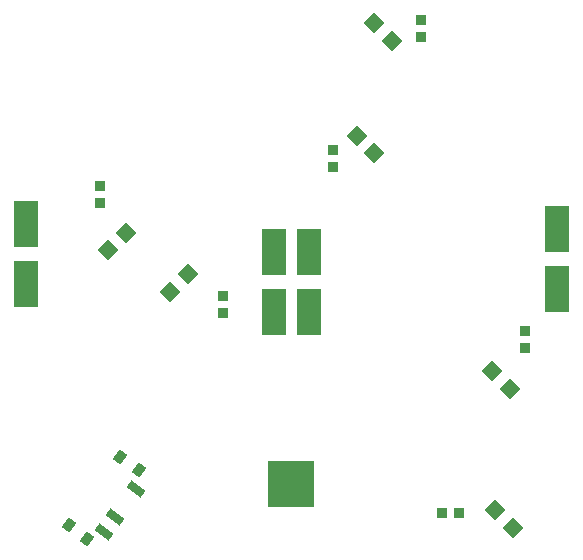
<source format=gtp>
%TF.GenerationSoftware,Altium Limited,Altium Designer,23.1.1 (15)*%
G04 Layer_Color=8421504*
%FSLAX42Y42*%
%MOMM*%
%TF.SameCoordinates,B28E977E-5D45-45F3-9009-D632A0DEB075*%
%TF.FilePolarity,Positive*%
%TF.FileFunction,Paste,Top*%
%TF.Part,Single*%
G01*
G75*
%TA.AperFunction,SMDPad,CuDef*%
%ADD10R,3.96X3.96*%
G04:AMPARAMS|DCode=11|XSize=0.7mm|YSize=1.5mm|CornerRadius=0mm|HoleSize=0mm|Usage=FLASHONLY|Rotation=233.000|XOffset=0mm|YOffset=0mm|HoleType=Round|Shape=Rectangle|*
%AMROTATEDRECTD11*
4,1,4,-0.39,0.73,0.81,-0.17,0.39,-0.73,-0.81,0.17,-0.39,0.73,0.0*
%
%ADD11ROTATEDRECTD11*%

G04:AMPARAMS|DCode=12|XSize=1mm|YSize=0.8mm|CornerRadius=0mm|HoleSize=0mm|Usage=FLASHONLY|Rotation=233.000|XOffset=0mm|YOffset=0mm|HoleType=Round|Shape=Rectangle|*
%AMROTATEDRECTD12*
4,1,4,-0.02,0.64,0.62,0.16,0.02,-0.64,-0.62,-0.16,-0.02,0.64,0.0*
%
%ADD12ROTATEDRECTD12*%

%ADD13R,0.96X0.94*%
%ADD14R,2.00X4.00*%
%ADD15P,1.70X4X360.0*%
%ADD16P,1.70X4X90.0*%
%ADD17R,0.94X0.96*%
D10*
X2400Y600D02*
D03*
D11*
X904Y315D02*
D03*
X814Y195D02*
D03*
X1085Y555D02*
D03*
D12*
X1106Y714D02*
D03*
X667Y131D02*
D03*
X952Y830D02*
D03*
X513Y247D02*
D03*
D13*
X4375Y1897D02*
D03*
Y1753D02*
D03*
X2750Y3422D02*
D03*
Y3278D02*
D03*
X1824Y2187D02*
D03*
Y2044D02*
D03*
X775Y2978D02*
D03*
Y3122D02*
D03*
X3500Y4522D02*
D03*
Y4378D02*
D03*
D14*
X2550Y2050D02*
D03*
Y2558D02*
D03*
X2250Y2050D02*
D03*
Y2558D02*
D03*
X4650Y2758D02*
D03*
Y2250D02*
D03*
X150Y2292D02*
D03*
Y2800D02*
D03*
D15*
X3248Y4352D02*
D03*
X3100Y4500D02*
D03*
Y3400D02*
D03*
X2952Y3548D02*
D03*
X4274Y226D02*
D03*
X4126Y374D02*
D03*
X4248Y1402D02*
D03*
X4100Y1550D02*
D03*
D16*
X1524Y2374D02*
D03*
X1376Y2226D02*
D03*
X851Y2576D02*
D03*
X999Y2724D02*
D03*
D17*
X3822Y350D02*
D03*
X3678D02*
D03*
%TF.MD5,47dee4c9180993a2e5cb31f4c1879a6c*%
M02*

</source>
